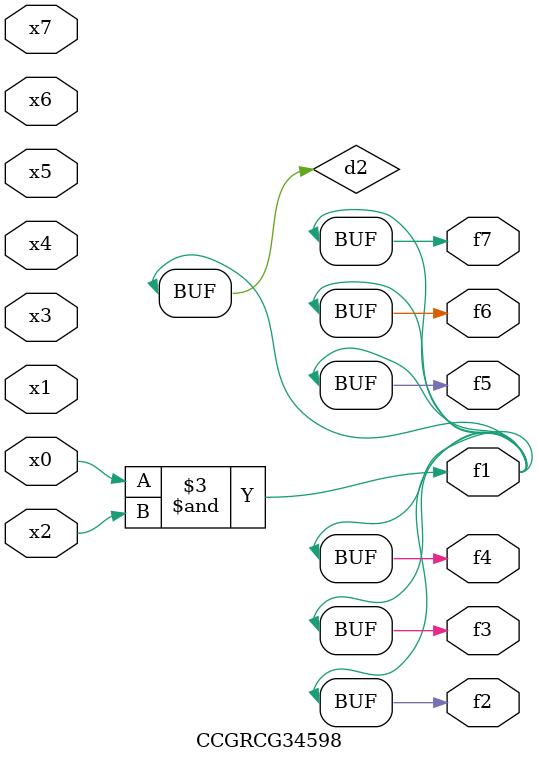
<source format=v>
module CCGRCG34598(
	input x0, x1, x2, x3, x4, x5, x6, x7,
	output f1, f2, f3, f4, f5, f6, f7
);

	wire d1, d2;

	nor (d1, x3, x6);
	and (d2, x0, x2);
	assign f1 = d2;
	assign f2 = d2;
	assign f3 = d2;
	assign f4 = d2;
	assign f5 = d2;
	assign f6 = d2;
	assign f7 = d2;
endmodule

</source>
